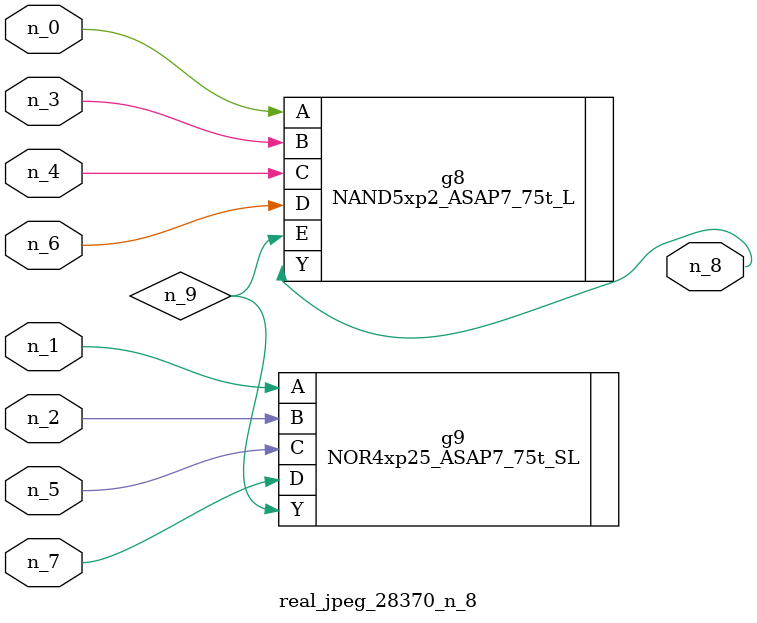
<source format=v>
module real_jpeg_28370_n_8 (n_5, n_4, n_0, n_1, n_2, n_6, n_7, n_3, n_8);

input n_5;
input n_4;
input n_0;
input n_1;
input n_2;
input n_6;
input n_7;
input n_3;

output n_8;

wire n_9;

NAND5xp2_ASAP7_75t_L g8 ( 
.A(n_0),
.B(n_3),
.C(n_4),
.D(n_6),
.E(n_9),
.Y(n_8)
);

NOR4xp25_ASAP7_75t_SL g9 ( 
.A(n_1),
.B(n_2),
.C(n_5),
.D(n_7),
.Y(n_9)
);


endmodule
</source>
